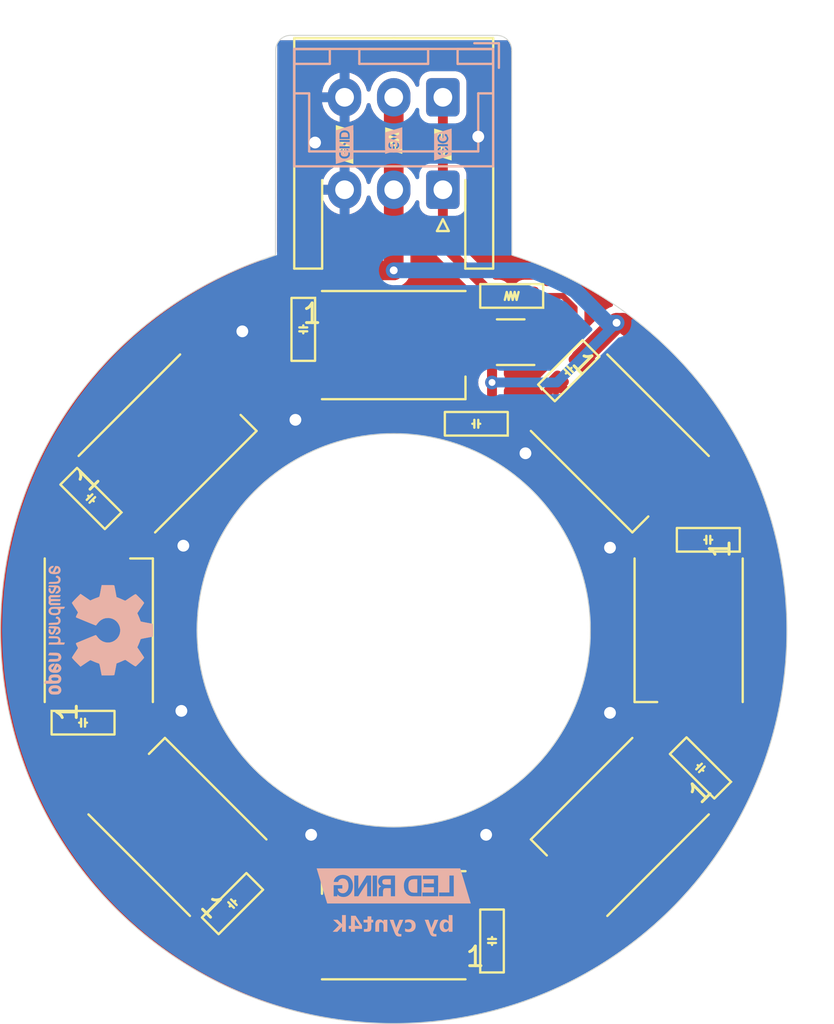
<source format=kicad_pcb>
(kicad_pcb (version 20221018) (generator pcbnew)

  (general
    (thickness 1.6)
  )

  (paper "A4")
  (layers
    (0 "F.Cu" signal)
    (31 "B.Cu" signal)
    (32 "B.Adhes" user "B.Adhesive")
    (33 "F.Adhes" user "F.Adhesive")
    (34 "B.Paste" user)
    (35 "F.Paste" user)
    (36 "B.SilkS" user "B.Silkscreen")
    (37 "F.SilkS" user "F.Silkscreen")
    (38 "B.Mask" user)
    (39 "F.Mask" user)
    (40 "Dwgs.User" user "User.Drawings")
    (41 "Cmts.User" user "User.Comments")
    (42 "Eco1.User" user "User.Eco1")
    (43 "Eco2.User" user "User.Eco2")
    (44 "Edge.Cuts" user)
    (45 "Margin" user)
    (46 "B.CrtYd" user "B.Courtyard")
    (47 "F.CrtYd" user "F.Courtyard")
    (48 "B.Fab" user)
    (49 "F.Fab" user)
    (50 "User.1" user)
    (51 "User.2" user)
    (52 "User.3" user)
    (53 "User.4" user)
    (54 "User.5" user)
    (55 "User.6" user)
    (56 "User.7" user)
    (57 "User.8" user)
    (58 "User.9" user)
  )

  (setup
    (stackup
      (layer "F.SilkS" (type "Top Silk Screen"))
      (layer "F.Paste" (type "Top Solder Paste"))
      (layer "F.Mask" (type "Top Solder Mask") (thickness 0.01))
      (layer "F.Cu" (type "copper") (thickness 0.035))
      (layer "dielectric 1" (type "core") (thickness 1.51) (material "FR4") (epsilon_r 4.5) (loss_tangent 0.02))
      (layer "B.Cu" (type "copper") (thickness 0.035))
      (layer "B.Mask" (type "Bottom Solder Mask") (thickness 0.01))
      (layer "B.Paste" (type "Bottom Solder Paste"))
      (layer "B.SilkS" (type "Bottom Silk Screen"))
      (copper_finish "None")
      (dielectric_constraints no)
    )
    (pad_to_mask_clearance 0)
    (grid_origin 174.3 98.6)
    (pcbplotparams
      (layerselection 0x00010fc_ffffffff)
      (plot_on_all_layers_selection 0x0000000_00000000)
      (disableapertmacros false)
      (usegerberextensions false)
      (usegerberattributes true)
      (usegerberadvancedattributes true)
      (creategerberjobfile true)
      (dashed_line_dash_ratio 12.000000)
      (dashed_line_gap_ratio 3.000000)
      (svgprecision 4)
      (plotframeref false)
      (viasonmask false)
      (mode 1)
      (useauxorigin false)
      (hpglpennumber 1)
      (hpglpenspeed 20)
      (hpglpendiameter 15.000000)
      (dxfpolygonmode true)
      (dxfimperialunits true)
      (dxfusepcbnewfont true)
      (psnegative false)
      (psa4output false)
      (plotreference true)
      (plotvalue true)
      (plotinvisibletext false)
      (sketchpadsonfab false)
      (subtractmaskfromsilk false)
      (outputformat 1)
      (mirror false)
      (drillshape 0)
      (scaleselection 1)
      (outputdirectory "/tmp/droid/led-ring")
    )
  )

  (net 0 "")
  (net 1 "+5V")
  (net 2 "GND")
  (net 3 "Net-(D101-DOUT)")
  (net 4 "Data_In_5V")
  (net 5 "Net-(D102-DOUT)")
  (net 6 "Net-(D103-DOUT)")
  (net 7 "Net-(D104-DOUT)")
  (net 8 "Net-(D105-DOUT)")
  (net 9 "Net-(D106-DOUT)")
  (net 10 "Net-(D107-DOUT)")
  (net 11 "unconnected-(D108-DOUT-Pad2)")
  (net 12 "Data_In_3V3")
  (net 13 "Net-(R101-Pad1)")

  (footprint "Droid:C_0603_HandSolder" (layer "F.Cu") (at 178.5 88.1 180))

  (footprint "Droid:C_0603_HandSolder" (layer "F.Cu") (at 158.5 103.3))

  (footprint "Droid:C_0603_HandSolder" (layer "F.Cu") (at 166.1 112.5 45))

  (footprint "Droid:C_0603_HandSolder" (layer "F.Cu") (at 169.7 83.3 -90))

  (footprint "Fiducial:Fiducial_0.75mm_Mask1.5mm" (layer "F.Cu") (at 174.7 109.8))

  (footprint "LED_SMD:LED_WS2812B_PLCC4_5.0x5.0mm_P3.2mm" (layer "F.Cu") (at 185.8 89.1 -45))

  (footprint "Fiducial:Fiducial_0.75mm_Mask1.5mm" (layer "F.Cu") (at 185.5 98.4))

  (footprint "LED_SMD:LED_WS2812B_PLCC4_5.0x5.0mm_P3.2mm" (layer "F.Cu") (at 163.3 108.6 135))

  (footprint "kibuzzard-6529A512" (layer "F.Cu") (at 171.8 73.9 90))

  (footprint "LED_SMD:LED_WS2812B_PLCC4_5.0x5.0mm_P3.2mm" (layer "F.Cu") (at 185.8 108.6 -135))

  (footprint "LED_SMD:LED_WS2812B_PLCC4_5.0x5.0mm_P3.2mm" (layer "F.Cu") (at 174.3 113.6 180))

  (footprint "LED_SMD:LED_WS2812B_PLCC4_5.0x5.0mm_P3.2mm" (layer "F.Cu") (at 162.8 89.1 45))

  (footprint "kibuzzard-6529A4DF" (layer "F.Cu") (at 176.8 73.9 90))

  (footprint "Droid:C_0603_HandSolder" (layer "F.Cu") (at 183.2 85.4 -135))

  (footprint "Fiducial:Fiducial_0.75mm_Mask1.5mm" (layer "F.Cu") (at 168.1 89.4))

  (footprint "Droid:C_0603_HandSolder" (layer "F.Cu") (at 189.9 105.6 135))

  (footprint "LED_SMD:LED_WS2812B_PLCC4_5.0x5.0mm_P3.2mm" (layer "F.Cu") (at 174.3 84.1))

  (footprint "LED_SMD:LED_WS2812B_PLCC4_5.0x5.0mm_P3.2mm" (layer "F.Cu") (at 189.3 98.6 -90))

  (footprint "kibuzzard-6529A500" (layer "F.Cu") (at 174.3 73.7 90))

  (footprint "Droid:R_0603_HandSolder" (layer "F.Cu") (at 180.3 81.6 180))

  (footprint "LED_SMD:LED_WS2812B_PLCC4_5.0x5.0mm_P3.2mm" (layer "F.Cu") (at 159.3 98.6 90))

  (footprint "Package_TO_SOT_SMD:SOT-353_SC-70-5" (layer "F.Cu") (at 180.25 83.95 180))

  (footprint "Connector_JST:JST_XH_S3B-XH-A-1_1x03_P2.50mm_Horizontal" (layer "F.Cu") (at 176.8 76.2 180))

  (footprint "Droid:C_0603_HandSolder" (layer "F.Cu") (at 179.3 114.4 90))

  (footprint "Droid:C_0603_HandSolder" (layer "F.Cu") (at 190.3 94 180))

  (footprint "Droid:C_0603_HandSolder" (layer "F.Cu") (at 158.9 91.9 -45))

  (footprint "kibuzzard-65298217" (layer "B.Cu") (at 174.3 111.6 180))

  (footprint "kibuzzard-6529A512" (layer "B.Cu") (at 171.8 73.9 90))

  (footprint "kibuzzard-6529A4DF" (layer "B.Cu") (at 176.8 73.9 90))

  (footprint "Connector_JST:JST_XH_B3B-XH-A_1x03_P2.50mm_Vertical" (layer "B.Cu") (at 176.8 71.5 180))

  (footprint "kibuzzard-6529A500" (layer "B.Cu") (at 174.3 73.7 90))

  (footprint "Symbol:OSHW-Logo2_7.3x6mm_SilkScreen" (layer "B.Cu") (at 159.3 98.6 90))

  (gr_line (start 168.285884 79.525661) (end 168.3 69.1)
    (stroke (width 0.05) (type solid)) (layer "Edge.Cuts") (tstamp 0201c7c8-62c5-413f-8129-6c8b6cfe62d9))
  (gr_line (start 169.05 68.35) (end 179.55 68.35)
    (stroke (width 0.05) (type solid)) (layer "Edge.Cuts") (tstamp 14ebc3ee-c244-4348-8850-ce5a8ba7c799))
  (gr_arc (start 179.55 68.35) (mid 180.08033 68.56967) (end 180.3 69.1)
    (stroke (width 0.05) (type solid)) (layer "Edge.Cuts") (tstamp 2ae47ac4-cbe3-4b76-9ad4-36003f82b01b))
  (gr_line (start 180.3 69.1) (end 180.314116 79.525661)
    (stroke (width 0.05) (type solid)) (layer "Edge.Cuts") (tstamp 674e0d43-3de9-4d70-8779-5440350ef772))
  (gr_arc (start 168.3 69.1) (mid 168.51967 68.56967) (end 169.05 68.35)
    (stroke (width 0.05) (type solid)) (layer "Edge.Cuts") (tstamp 9bfc6b37-1af4-4a65-aa53-4e7ce42c304e))
  (gr_circle (center 174.3 98.6) (end 184.3 98.6)
    (stroke (width 0.05) (type solid)) (fill none) (layer "Edge.Cuts") (tstamp bc5d66d6-04f7-42bf-bfb5-52a3761bd2cf))
  (gr_arc (start 180.314116 79.525661) (mid 174.3 118.6) (end 168.285884 79.525661)
    (stroke (width 0.05) (type solid)) (layer "Edge.Cuts") (tstamp c29e5f6d-121a-4a30-8969-c8052701cfc7))
  (gr_text "by cynt4k" (at 174.3 113.6) (layer "B.SilkS") (tstamp a1b2afb5-1592-4e16-b323-46703e3f5efd)
    (effects (font (face "Coolvetica") (size 0.8 0.8) (thickness 0.2) bold) (justify mirror))
    (render_cache "by cynt4k" 0
      (polygon
        (pts
          (xy 176.160739 113.625817)          (xy 176.160868 113.638517)          (xy 176.161255 113.650971)          (xy 176.1619 113.663179)
          (xy 176.162803 113.675142)          (xy 176.163964 113.686858)          (xy 176.165383 113.698329)          (xy 176.16706 113.709555)
          (xy 176.168995 113.720534)          (xy 176.171187 113.731268)          (xy 176.173638 113.741756)          (xy 176.176347 113.751998)
          (xy 176.179314 113.761994)          (xy 176.182539 113.771745)          (xy 176.186021 113.78125)          (xy 176.189762 113.790509)
          (xy 176.193761 113.799522)          (xy 176.197918 113.807767)          (xy 176.202331 113.815795)          (xy 176.206998 113.823606)
          (xy 176.21192 113.8312)          (xy 176.217097 113.838578)          (xy 176.22253 113.845739)          (xy 176.228217 113.852683)
          (xy 176.234159 113.859411)          (xy 176.240356 113.865921)          (xy 176.246807 113.872215)          (xy 176.253514 113.878292)
          (xy 176.260476 113.884152)          (xy 176.267692 113.889796)          (xy 176.275164 113.895223)          (xy 176.28289 113.900433)
          (xy 176.290872 113.905426)          (xy 176.298978 113.910158)          (xy 176.307126 113.914585)          (xy 176.315317 113.918707)
          (xy 176.323551 113.922523)          (xy 176.331828 113.926034)          (xy 176.340148 113.92924)          (xy 176.34851 113.93214)
          (xy 176.356915 113.934735)          (xy 176.365363 113.937025)          (xy 176.373853 113.939009)          (xy 176.382387 113.940688)
          (xy 176.390963 113.942062)          (xy 176.399581 113.943131)          (xy 176.408243 113.943894)          (xy 176.416947 113.944352)
          (xy 176.425694 113.944505)          (xy 176.439581 113.944151)          (xy 176.453006 113.943091)          (xy 176.465971 113.941324)
          (xy 176.478475 113.938851)          (xy 176.490517 113.93567)          (xy 176.502099 113.931783)          (xy 176.51322 113.927189)
          (xy 176.523879 113.921888)          (xy 176.534078 113.91588)          (xy 176.543816 113.909166)          (xy 176.553092 113.901745)
          (xy 176.561908 113.893617)          (xy 176.570263 113.884782)          (xy 176.578156 113.875241)          (xy 176.585589 113.864992)
          (xy 176.592561 113.854037)          (xy 176.591388 113.85306)          (xy 176.586308 113.944505)          (xy 176.751025 113.944505)
          (xy 176.751025 113.106654)          (xy 176.582986 113.106654)          (xy 176.586894 113.404826)          (xy 176.589239 113.402286)
          (xy 176.581156 113.39223)          (xy 176.572685 113.382823)          (xy 176.563827 113.374064)          (xy 176.554581 113.365954)
          (xy 176.544947 113.358494)          (xy 176.534925 113.351682)          (xy 176.524516 113.345518)          (xy 176.513719 113.340004)
          (xy 176.502534 113.335138)          (xy 176.490962 113.330921)          (xy 176.479001 113.327353)          (xy 176.466653 113.324433)
          (xy 176.453918 113.322163)          (xy 176.440794 113.320541)          (xy 176.427283 113.319567)          (xy 176.413384 113.319243)
          (xy 176.412212 113.319243)          (xy 176.396779 113.319761)          (xy 176.381794 113.321023)          (xy 176.367256 113.323028)
          (xy 176.353166 113.325777)          (xy 176.339523 113.329268)          (xy 176.326327 113.333504)          (xy 176.313578 113.338483)
          (xy 176.301277 113.344205)          (xy 176.289422 113.35067)          (xy 176.278015 113.357879)          (xy 176.267056 113.365832)
          (xy 176.256543 113.374527)          (xy 176.246478 113.383967)          (xy 176.236861 113.394149)          (xy 176.22769 113.405075)
          (xy 176.218967 113.416745)          (xy 176.211916 113.427293)          (xy 176.20532 113.438177)          (xy 176.199178 113.449397)
          (xy 176.193492 113.460953)          (xy 176.188261 113.472844)          (xy 176.183484 113.485072)          (xy 176.179163 113.497635)
          (xy 176.175296 113.510534)          (xy 176.171884 113.523769)          (xy 176.168927 113.53734)          (xy 176.166425 113.551246)
          (xy 176.164378 113.565489)          (xy 176.162786 113.580067)          (xy 176.161649 113.594981)          (xy 176.160967 113.610231)
        )
          (pts
            (xy 176.333272 113.632851)            (xy 176.333399 113.622789)            (xy 176.333778 113.613047)            (xy 176.334409 113.603624)
            (xy 176.335293 113.59452)            (xy 176.33643 113.585736)            (xy 176.33782 113.577271)            (xy 176.339462 113.569126)
            (xy 176.341357 113.5613)            (xy 176.345904 113.546606)            (xy 176.351462 113.533191)            (xy 176.358031 113.521053)
            (xy 176.36561 113.510192)            (xy 176.3742 113.500609)            (xy 176.3838 113.492304)            (xy 176.394411 113.485277)
            (xy 176.406032 113.479527)            (xy 176.418664 113.475055)            (xy 176.432307 113.471861)            (xy 176.44696 113.469945)
            (xy 176.462623 113.469306)            (xy 176.477861 113.469978)            (xy 176.492116 113.471993)            (xy 176.505387 113.475351)
            (xy 176.517676 113.480053)            (xy 176.528981 113.486098)            (xy 176.539303 113.493486)            (xy 176.548643 113.502218)
            (xy 176.556999 113.512293)            (xy 176.564372 113.523711)            (xy 176.570762 113.536473)            (xy 176.576169 113.550578)
            (xy 176.578504 113.558134)            (xy 176.580593 113.566026)            (xy 176.582436 113.574254)            (xy 176.584033 113.582818)
            (xy 176.585385 113.591717)            (xy 176.586491 113.600953)            (xy 176.587351 113.610524)            (xy 176.587966 113.620431)
            (xy 176.588334 113.630674)            (xy 176.588457 113.641253)            (xy 176.588302 113.650127)            (xy 176.587838 113.658774)
            (xy 176.587063 113.667194)            (xy 176.585978 113.675386)            (xy 176.584584 113.68335)            (xy 176.582879 113.691088)
            (xy 176.579742 113.702267)            (xy 176.575907 113.712934)            (xy 176.571375 113.72309)            (xy 176.566146 113.732734)
            (xy 176.560219 113.741866)            (xy 176.553595 113.750487)            (xy 176.548792 113.755949)            (xy 176.541849 113.762828)
            (xy 176.534648 113.769031)            (xy 176.52719 113.774557)            (xy 176.519474 113.779406)            (xy 176.5115 113.783578)
            (xy 176.503269 113.787074)            (xy 176.49478 113.789893)            (xy 176.486034 113.792036)            (xy 176.47703 113.793502)
            (xy 176.467768 113.794292)            (xy 176.461451 113.794442)            (xy 176.45182 113.794097)            (xy 176.442492 113.793061)
            (xy 176.433465 113.791335)            (xy 176.424741 113.788919)            (xy 176.41632 113.785812)            (xy 176.4082 113.782015)
            (xy 176.400383 113.777528)            (xy 176.392868 113.77235)            (xy 176.385655 113.766482)            (xy 176.378744 113.759924)
            (xy 176.374305 113.755168)            (xy 176.366972 113.746456)            (xy 176.36036 113.737175)            (xy 176.35447 113.727323)
            (xy 176.349301 113.716901)            (xy 176.346255 113.709636)            (xy 176.343531 113.702118)            (xy 176.341126 113.694347)
            (xy 176.339043 113.686322)            (xy 176.337279 113.678043)            (xy 176.335837 113.669512)            (xy 176.334715 113.660727)
            (xy 176.333913 113.651688)            (xy 176.333433 113.642396)
          )
      )
      (polygon
        (pts
          (xy 175.587843 113.958182)          (xy 175.588185 113.973259)          (xy 175.589211 113.987959)          (xy 175.590921 114.002281)
          (xy 175.593314 114.016227)          (xy 175.596392 114.029795)          (xy 175.600153 114.042987)          (xy 175.604598 114.055801)
          (xy 175.609727 114.068238)          (xy 175.61554 114.080298)          (xy 175.622037 114.091982)          (xy 175.629218 114.103288)
          (xy 175.637083 114.114217)          (xy 175.645631 114.124769)          (xy 175.654863 114.134944)          (xy 175.66478 114.144742)
          (xy 175.67538 114.154163)          (xy 175.685518 114.162089)          (xy 175.695905 114.169504)          (xy 175.706541 114.176408)
          (xy 175.717426 114.1828)          (xy 175.72856 114.188681)          (xy 175.739942 114.194051)          (xy 175.751574 114.198909)
          (xy 175.763454 114.203256)          (xy 175.775583 114.207091)          (xy 175.787961 114.210415)          (xy 175.800587 114.213228)
          (xy 175.813463 114.215529)          (xy 175.826587 114.217319)          (xy 175.83996 114.218597)          (xy 175.853582 114.219364)
          (xy 175.867452 114.21962)          (xy 175.881046 114.219362)          (xy 175.894374 114.218588)          (xy 175.907436 114.217298)
          (xy 175.920233 114.215492)          (xy 175.932764 114.21317)          (xy 175.94503 114.210333)          (xy 175.95703 114.206979)
          (xy 175.968764 114.203109)          (xy 175.980233 114.198723)          (xy 175.991436 114.193822)          (xy 176.002374 114.188404)
          (xy 176.013046 114.182471)          (xy 176.023452 114.176021)          (xy 176.033592 114.169056)          (xy 176.043468 114.161574)
          (xy 176.053077 114.153577)          (xy 176.063228 114.144036)          (xy 176.072723 114.134025)          (xy 176.081564 114.123544)
          (xy 176.08975 114.112593)          (xy 176.097281 114.101171)          (xy 176.104157 114.08928)          (xy 176.110379 114.076918)
          (xy 176.115945 114.064086)          (xy 176.120857 114.050784)          (xy 176.125113 114.037012)          (xy 176.128715 114.022769)
          (xy 176.131662 114.008057)          (xy 176.133954 113.992874)          (xy 176.134855 113.985106)          (xy 176.135591 113.977221)
          (xy 176.136164 113.969218)          (xy 176.136574 113.961098)          (xy 176.136819 113.95286)          (xy 176.136901 113.944505)
          (xy 175.977655 113.944505)          (xy 175.97753 113.952369)          (xy 175.976877 113.963704)          (xy 175.975664 113.974486)
          (xy 175.973891 113.984715)          (xy 175.971559 113.994391)          (xy 175.968666 114.003514)          (xy 175.965214 114.012084)
          (xy 175.961201 114.020101)          (xy 175.956629 114.027565)          (xy 175.951497 114.034476)          (xy 175.945806 114.040834)
          (xy 175.938738 114.047566)          (xy 175.931212 114.0534)          (xy 175.923228 114.058337)          (xy 175.914787 114.062376)
          (xy 175.905887 114.065518)          (xy 175.89653 114.067762)          (xy 175.886714 114.069108)          (xy 175.876441 114.069557)
          (xy 175.867753 114.069279)          (xy 175.859274 114.068444)          (xy 175.851005 114.067053)          (xy 175.842946 114.065106)
          (xy 175.835096 114.062602)          (xy 175.827455 114.059542)          (xy 175.820024 114.055925)          (xy 175.812803 114.051752)
          (xy 175.805791 114.047022)          (xy 175.798989 114.041736)          (xy 175.79457 114.037903)          (xy 175.787901 114.03093)
          (xy 175.781887 114.023565)          (xy 175.77653 114.015808)          (xy 175.771828 114.00766)          (xy 175.767783 113.99912)
          (xy 175.764393 113.990189)          (xy 175.76166 113.980866)          (xy 175.759583 113.971152)          (xy 175.758161 113.961046)
          (xy 175.757396 113.950548)          (xy 175.75725 113.943332)          (xy 175.75725 113.883542)          (xy 175.761655 113.890003)
          (xy 175.768497 113.896299)          (xy 175.77636 113.902082)          (xy 175.784066 113.907058)          (xy 175.79303 113.912346)
          (xy 175.800578 113.916517)          (xy 175.808834 113.920862)          (xy 175.817536 113.925087)          (xy 175.826424 113.928897)
          (xy 175.835497 113.932291)          (xy 175.844756 113.935269)          (xy 175.8542 113.937832)          (xy 175.86383 113.939979)
          (xy 175.873645 113.941711)          (xy 175.883646 113.943027)          (xy 175.893832 113.943928)          (xy 175.904203 113.944412)
          (xy 175.911221 113.944505)          (xy 175.922328 113.944296)          (xy 175.93323 113.943668)          (xy 175.943926 113.942623)
          (xy 175.954415 113.941159)          (xy 175.964698 113.939276)          (xy 175.974776 113.936976)          (xy 175.984647 113.934257)
          (xy 175.994312 113.93112)          (xy 176.003771 113.927565)          (xy 176.013024 113.923591)          (xy 176.022071 113.9192)
          (xy 176.030912 113.91439)          (xy 176.039547 113.909161)          (xy 176.047975 113.903515)          (xy 176.056198 113.89745)
          (xy 176.064214 113.890967)          (xy 176.073016 113.883092)          (xy 176.08125 113.874856)          (xy 176.088917 113.866258)
          (xy 176.096015 113.857298)          (xy 176.102545 113.847976)          (xy 176.108508 113.838293)          (xy 176.113903 113.828247)
          (xy 176.118729 113.81784)          (xy 176.122988 113.807072)          (xy 176.12668 113.795941)          (xy 176.129803 113.784449)
          (xy 176.132358 113.772594)          (xy 176.134346 113.760378)          (xy 176.135765 113.747801)          (xy 176.136617 113.734861)
          (xy 176.136901 113.72156)          (xy 176.136901 113.319243)          (xy 175.966517 113.319243)          (xy 175.966517 113.691078)
          (xy 175.966148 113.703595)          (xy 175.96504 113.715304)          (xy 175.963193 113.726206)          (xy 175.960607 113.7363)
          (xy 175.957282 113.745586)          (xy 175.953218 113.754066)          (xy 175.948416 113.761737)          (xy 175.942875 113.768601)
          (xy 175.936594 113.774657)          (xy 175.929576 113.779906)          (xy 175.921818 113.784348)          (xy 175.913321 113.787982)
          (xy 175.904086 113.790808)          (xy 175.894112 113.792827)          (xy 175.883398 113.794038)          (xy 175.871946 113.794442)
          (xy 175.862485 113.794186)          (xy 175.85337 113.793418)          (xy 175.844601 113.792139)          (xy 175.83618 113.790348)
          (xy 175.828106 113.788045)          (xy 175.820378 113.78523)          (xy 175.812998 113.781904)          (xy 175.805964 113.778065)
          (xy 175.799278 113.773715)          (xy 175.792938 113.768854)          (xy 175.788904 113.765328)          (xy 175.783247 113.759695)
          (xy 175.77657 113.751757)          (xy 175.770882 113.743331)          (xy 175.766184 113.734416)          (xy 175.762474 113.725013)
          (xy 175.759754 113.715121)          (xy 175.758363 113.707382)          (xy 175.757528 113.699367)          (xy 175.75725 113.691078)
          (xy 175.75725 113.319243)          (xy 175.587843 113.319243)
        )
      )
      (polygon
        (pts
          (xy 174.708764 113.524993)          (xy 174.879734 113.524993)          (xy 174.879609 113.515278)          (xy 174.880944 113.505916)
          (xy 174.883739 113.496906)          (xy 174.887993 113.48825)          (xy 174.892447 113.481579)          (xy 174.897836 113.475134)
          (xy 174.904159 113.468915)          (xy 174.911037 113.463145)          (xy 174.91819 113.458144)          (xy 174.925618 113.453912)
          (xy 174.933321 113.45045)          (xy 174.941299 113.447758)          (xy 174.949551 113.445834)          (xy 174.958078 113.44468)
          (xy 174.96688 113.444295)          (xy 174.977749 113.444788)          (xy 174.988154 113.446267)          (xy 174.998096 113.448731)
          (xy 175.007574 113.452181)          (xy 175.016588 113.456617)          (xy 175.025139 113.462039)          (xy 175.033226 113.468446)
          (xy 175.040849 113.475839)          (xy 175.048009 113.484218)          (xy 175.054705 113.493583)          (xy 175.058911 113.500374)
          (xy 175.063765 113.509647)          (xy 175.068141 113.519223)          (xy 175.07204 113.529101)          (xy 175.075461 113.539281)
          (xy 175.078405 113.549764)          (xy 175.080872 113.560549)          (xy 175.082861 113.571636)          (xy 175.084373 113.583025)
          (xy 175.085408 113.594717)          (xy 175.085832 113.602679)          (xy 175.086044 113.610776)          (xy 175.086071 113.614875)
          (xy 175.085962 113.626561)          (xy 175.085636 113.637882)          (xy 175.085092 113.648835)          (xy 175.08433 113.659421)
          (xy 175.083352 113.669641)          (xy 175.082155 113.679494)          (xy 175.080741 113.688981)          (xy 175.07911 113.6981)
          (xy 175.077261 113.706853)          (xy 175.075194 113.715239)          (xy 175.07291 113.723259)          (xy 175.070409 113.730911)
          (xy 175.064753 113.745116)          (xy 175.058227 113.757854)          (xy 175.050831 113.769125)          (xy 175.042565 113.778929)
          (xy 175.033429 113.787267)          (xy 175.023422 113.794137)          (xy 175.012546 113.79954)          (xy 175.000799 113.803476)
          (xy 174.988183 113.805945)          (xy 174.974696 113.806947)          (xy 174.965073 113.806547)          (xy 174.955743 113.805347)
          (xy 174.946706 113.803348)          (xy 174.937962 113.800548)          (xy 174.929511 113.796948)          (xy 174.921353 113.792549)
          (xy 174.913489 113.78735)          (xy 174.905917 113.781351)          (xy 174.89902 113.774961)          (xy 174.89318 113.768589)
          (xy 174.888396 113.762235)          (xy 174.883901 113.75432)          (xy 174.881057 113.746432)          (xy 174.879864 113.738573)
          (xy 174.880321 113.730743)          (xy 174.707201 113.730743)          (xy 174.708242 113.741636)          (xy 174.709851 113.75238)
          (xy 174.712028 113.762977)          (xy 174.714773 113.773425)          (xy 174.718085 113.783725)          (xy 174.721966 113.793877)
          (xy 174.726414 113.803881)          (xy 174.73143 113.813737)          (xy 174.737014 113.823445)          (xy 174.743166 113.833005)
          (xy 174.749886 113.842417)          (xy 174.757173 113.85168)          (xy 174.765029 113.860796)          (xy 174.773452 113.869763)
          (xy 174.782443 113.878583)          (xy 174.792002 113.887254)          (xy 174.801943 113.895564)          (xy 174.812128 113.903347)
          (xy 174.822557 113.910603)          (xy 174.83323 113.917333)          (xy 174.844148 113.923536)          (xy 174.85531 113.929212)
          (xy 174.866716 113.934362)          (xy 174.878367 113.938985)          (xy 174.890261 113.943081)          (xy 174.9024 113.946651)
          (xy 174.914783 113.949694)          (xy 174.927411 113.952211)          (xy 174.940282 113.9542)          (xy 174.953398 113.955664)
          (xy 174.966758 113.9566)          (xy 174.980362 113.95701)          (xy 174.988885 113.956922)          (xy 174.997284 113.956657)
          (xy 175.005558 113.956215)          (xy 175.013708 113.955596)          (xy 175.021733 113.954801)          (xy 175.029634 113.953829)
          (xy 175.03741 113.952681)          (xy 175.05259 113.949854)          (xy 175.067272 113.94632)          (xy 175.081456 113.942079)
          (xy 175.095143 113.937132)          (xy 175.108332 113.931478)          (xy 175.121024 113.925117)          (xy 175.133218 113.918049)
          (xy 175.144914 113.910274)          (xy 175.156112 113.901793)          (xy 175.166813 113.892605)          (xy 175.177016 113.88271)
          (xy 175.186722 113.872108)          (xy 175.191388 113.866542)          (xy 175.199693 113.855774)          (xy 175.207462 113.84457)
          (xy 175.214696 113.832931)          (xy 175.221393 113.820857)          (xy 175.227555 113.808348)          (xy 175.233181 113.795404)
          (xy 175.238271 113.782024)          (xy 175.242826 113.76821)          (xy 175.246844 113.753961)          (xy 175.250327 113.739277)
          (xy 175.253274 113.724157)          (xy 175.254547 113.716434)          (xy 175.255685 113.708603)          (xy 175.25669 113.700662)
          (xy 175.25756 113.692613)          (xy 175.258297 113.684455)          (xy 175.2589 113.676189)          (xy 175.259369 113.667813)
          (xy 175.259704 113.659329)          (xy 175.259905 113.650736)          (xy 175.259972 113.642034)          (xy 175.259907 113.632777)
          (xy 175.259713 113.623639)          (xy 175.259389 113.614622)          (xy 175.258937 113.605725)          (xy 175.258354 113.596948)
          (xy 175.257643 113.588291)          (xy 175.256802 113.579755)          (xy 175.255832 113.571338)          (xy 175.254732 113.563042)
          (xy 175.253503 113.554866)          (xy 175.252145 113.546811)          (xy 175.250657 113.538875)          (xy 175.24904 113.53106)
          (xy 175.247293 113.523365)          (xy 175.243412 113.508336)          (xy 175.239013 113.493787)          (xy 175.234097 113.47972)
          (xy 175.228663 113.466133)          (xy 175.222712 113.453027)          (xy 175.216244 113.440402)          (xy 175.209258 113.428258)
          (xy 175.201754 113.416594)          (xy 175.193733 113.405412)          (xy 175.184107 113.393463)          (xy 175.17394 113.382285)
          (xy 175.163231 113.371878)          (xy 175.15198 113.362242)          (xy 175.140186 113.353377)          (xy 175.127851 113.345282)
          (xy 175.114975 113.337959)          (xy 175.101556 113.331406)          (xy 175.087595 113.325625)          (xy 175.073092 113.320614)
          (xy 175.058048 113.316374)          (xy 175.050322 113.314543)          (xy 175.042461 113.312905)          (xy 175.034465 113.31146)
          (xy 175.026333 113.310207)          (xy 175.018065 113.309147)          (xy 175.009662 113.30828)          (xy 175.001124 113.307605)
          (xy 174.99245 113.307123)          (xy 174.983641 113.306834)          (xy 174.974696 113.306738)          (xy 174.960588 113.30696)
          (xy 174.946791 113.307626)          (xy 174.933306 113.308737)          (xy 174.920132 113.310292)          (xy 174.90727 113.312291)
          (xy 174.894719 113.314734)          (xy 174.882479 113.317621)          (xy 174.870551 113.320953)          (xy 174.858934 113.324729)
          (xy 174.847629 113.328949)          (xy 174.836635 113.333613)          (xy 174.825952 113.338721)          (xy 174.815581 113.344274)
          (xy 174.805521 113.350271)          (xy 174.795773 113.356712)          (xy 174.786336 113.363598)          (xy 174.776507 113.371487)
          (xy 174.767343 113.379669)          (xy 174.758843 113.388144)          (xy 174.751006 113.396912)          (xy 174.743834 113.405974)
          (xy 174.737325 113.415328)          (xy 174.731481 113.424976)          (xy 174.726301 113.434916)          (xy 174.721785 113.44515)
          (xy 174.717933 113.455677)          (xy 174.714744 113.466497)          (xy 174.71222 113.47761)          (xy 174.71036 113.489016)
          (xy 174.709164 113.500715)          (xy 174.708632 113.512708)
        )
      )
      (polygon
        (pts
          (xy 174.125512 113.958182)          (xy 174.125854 113.973259)          (xy 174.12688 113.987959)          (xy 174.12859 114.002281)
          (xy 174.130983 114.016227)          (xy 174.134061 114.029795)          (xy 174.137822 114.042987)          (xy 174.142267 114.055801)
          (xy 174.147397 114.068238)          (xy 174.15321 114.080298)          (xy 174.159706 114.091982)          (xy 174.166887 114.103288)
          (xy 174.174752 114.114217)          (xy 174.1833 114.124769)          (xy 174.192533 114.134944)          (xy 174.202449 114.144742)
          (xy 174.213049 114.154163)          (xy 174.223187 114.162089)          (xy 174.233575 114.169504)          (xy 174.244211 114.176408)
          (xy 174.255095 114.1828)          (xy 174.266229 114.188681)          (xy 174.277612 114.194051)          (xy 174.289243 114.198909)
          (xy 174.301123 114.203256)          (xy 174.313252 114.207091)          (xy 174.32563 114.210415)          (xy 174.338256 114.213228)
          (xy 174.351132 114.215529)          (xy 174.364256 114.217319)          (xy 174.377629 114.218597)          (xy 174.391251 114.219364)
          (xy 174.405122 114.21962)          (xy 174.418715 114.219362)          (xy 174.432043 114.218588)          (xy 174.445106 114.217298)
          (xy 174.457902 114.215492)          (xy 174.470434 114.21317)          (xy 174.482699 114.210333)          (xy 174.494699 114.206979)
          (xy 174.506434 114.203109)          (xy 174.517902 114.198723)          (xy 174.529105 114.193822)          (xy 174.540043 114.188404)
          (xy 174.550715 114.182471)          (xy 174.561121 114.176021)          (xy 174.571262 114.169056)          (xy 174.581137 114.161574)
          (xy 174.590746 114.153577)          (xy 174.600897 114.144036)          (xy 174.610392 114.134025)          (xy 174.619233 114.123544)
          (xy 174.627419 114.112593)          (xy 174.63495 114.101171)          (xy 174.641827 114.08928)          (xy 174.648048 114.076918)
          (xy 174.653614 114.064086)          (xy 174.658526 114.050784)          (xy 174.662783 114.037012)          (xy 174.666384 114.022769)
          (xy 174.669331 114.008057)          (xy 174.671623 113.992874)          (xy 174.672524 113.985106)          (xy 174.673261 113.977221)
          (xy 174.673834 113.969218)          (xy 174.674243 113.961098)          (xy 174.674488 113.95286)          (xy 174.67457 113.944505)
          (xy 174.515324 113.944505)          (xy 174.5152 113.952369)          (xy 174.514546 113.963704)          (xy 174.513333 113.974486)
          (xy 174.511561 113.984715)          (xy 174.509228 113.994391)          (xy 174.506335 114.003514)          (xy 174.502883 114.012084)
          (xy 174.498871 114.020101)          (xy 174.494298 114.027565)          (xy 174.489167 114.034476)          (xy 174.483475 114.040834)
          (xy 174.476407 114.047566)          (xy 174.468881 114.0534)          (xy 174.460898 114.058337)          (xy 174.452456 114.062376)
          (xy 174.443556 114.065518)          (xy 174.434199 114.067762)          (xy 174.424383 114.069108)          (xy 174.41411 114.069557)
          (xy 174.405422 114.069279)          (xy 174.396943 114.068444)          (xy 174.388674 114.067053)          (xy 174.380615 114.065106)
          (xy 174.372765 114.062602)          (xy 174.365125 114.059542)          (xy 174.357694 114.055925)          (xy 174.350472 114.051752)
          (xy 174.34346 114.047022)          (xy 174.336658 114.041736)          (xy 174.33224 114.037903)          (xy 174.32557 114.03093)
          (xy 174.319556 114.023565)          (xy 174.314199 114.015808)          (xy 174.309497 114.00766)          (xy 174.305452 113.99912)
          (xy 174.302063 113.990189)          (xy 174.299329 113.980866)          (xy 174.297252 113.971152)          (xy 174.29583 113.961046)
          (xy 174.295065 113.950548)          (xy 174.294919 113.943332)          (xy 174.294919 113.883542)          (xy 174.299324 113.890003)
          (xy 174.306166 113.896299)          (xy 174.31403 113.902082)          (xy 174.321736 113.907058)          (xy 174.330699 113.912346)
          (xy 174.338248 113.916517)          (xy 174.346503 113.920862)          (xy 174.355206 113.925087)          (xy 174.364093 113.928897)
          (xy 174.373167 113.932291)          (xy 174.382425 113.935269)          (xy 174.39187 113.937832)          (xy 174.401499 113.939979)
          (xy 174.411314 113.941711)          (xy 174.421315 113.943027)          (xy 174.431501 113.943928)          (xy 174.441873 113.944412)
          (xy 174.44889 113.944505)          (xy 174.459998 113.944296)          (xy 174.470899 113.943668)          (xy 174.481595 113.942623)
          (xy 174.492084 113.941159)          (xy 174.502368 113.939276)          (xy 174.512445 113.936976)          (xy 174.522316 113.934257)
          (xy 174.531981 113.93112)          (xy 174.54144 113.927565)          (xy 174.550693 113.923591)          (xy 174.55974 113.9192)
          (xy 174.568581 113.91439)          (xy 174.577216 113.909161)          (xy 174.585645 113.903515)          (xy 174.593867 113.89745)
          (xy 174.601884 113.890967)          (xy 174.610686 113.883092)          (xy 174.61892 113.874856)          (xy 174.626586 113.866258)
          (xy 174.633684 113.857298)          (xy 174.640215 113.847976)          (xy 174.646177 113.838293)          (xy 174.651572 113.828247)
          (xy 174.656399 113.81784)          (xy 174.660658 113.807072)          (xy 174.664349 113.795941)          (xy 174.667472 113.784449)
          (xy 174.670027 113.772594)          (xy 174.672015 113.760378)          (xy 174.673435 113.747801)          (xy 174.674286 113.734861)
          (xy 174.67457 113.72156)          (xy 174.67457 113.319243)          (xy 174.504187 113.319243)          (xy 174.504187 113.691078)
          (xy 174.503817 113.703595)          (xy 174.502709 113.715304)          (xy 174.500862 113.726206)          (xy 174.498276 113.7363)
          (xy 174.494951 113.745586)          (xy 174.490887 113.754066)          (xy 174.486085 113.761737)          (xy 174.480544 113.768601)
          (xy 174.474264 113.774657)          (xy 174.467245 113.779906)          (xy 174.459487 113.784348)          (xy 174.45099 113.787982)
          (xy 174.441755 113.790808)          (xy 174.431781 113.792827)          (xy 174.421068 113.794038)          (xy 174.409616 113.794442)
          (xy 174.400154 113.794186)          (xy 174.391039 113.793418)          (xy 174.382271 113.792139)          (xy 174.373849 113.790348)
          (xy 174.365775 113.788045)          (xy 174.358048 113.78523)          (xy 174.350667 113.781904)          (xy 174.343633 113.778065)
          (xy 174.336947 113.773715)          (xy 174.330607 113.768854)          (xy 174.326573 113.765328)          (xy 174.320916 113.759695)
          (xy 174.314239 113.751757)          (xy 174.308551 113.743331)          (xy 174.303853 113.734416)          (xy 174.300143 113.725013)
          (xy 174.297423 113.715121)          (xy 174.296032 113.707382)          (xy 174.295197 113.699367)          (xy 174.294919 113.691078)
          (xy 174.294919 113.319243)          (xy 174.125512 113.319243)
        )
      )
      (polygon
        (pts
          (xy 173.527411 113.944505)          (xy 173.697794 113.944505)          (xy 173.697794 113.571302)          (xy 173.697951 113.560051)
          (xy 173.698419 113.549453)          (xy 173.699201 113.539507)          (xy 173.700295 113.530214)          (xy 173.701701 113.521573)
          (xy 173.70342 113.513586)          (xy 173.706199 113.50395)          (xy 173.709532 113.495475)          (xy 173.713422 113.48816)
          (xy 173.715575 113.484937)          (xy 173.721553 113.478343)          (xy 173.728642 113.472628)          (xy 173.736843 113.467792)
          (xy 173.746154 113.463835)          (xy 173.753868 113.461444)          (xy 173.762206 113.459548)          (xy 173.771169 113.458147)
          (xy 173.780758 113.45724)          (xy 173.790
... [223425 chars truncated]
</source>
